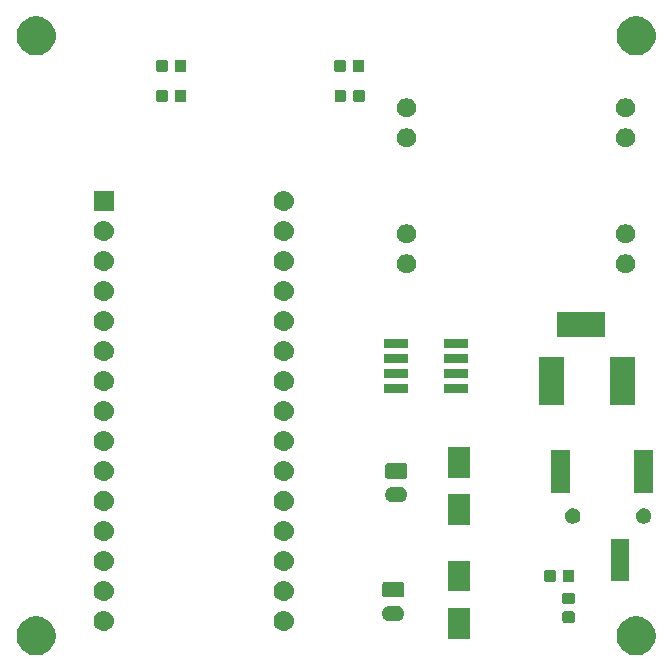
<source format=gbr>
G04 #@! TF.GenerationSoftware,KiCad,Pcbnew,(5.1.4-0)*
G04 #@! TF.CreationDate,2019-09-03T17:01:46-05:00*
G04 #@! TF.ProjectId,vacuum_pickup_tool,76616375-756d-45f7-9069-636b75705f74,rev?*
G04 #@! TF.SameCoordinates,Original*
G04 #@! TF.FileFunction,Soldermask,Top*
G04 #@! TF.FilePolarity,Negative*
%FSLAX46Y46*%
G04 Gerber Fmt 4.6, Leading zero omitted, Abs format (unit mm)*
G04 Created by KiCad (PCBNEW (5.1.4-0)) date 2019-09-03 17:01:46*
%MOMM*%
%LPD*%
G04 APERTURE LIST*
%ADD10C,0.100000*%
G04 APERTURE END LIST*
D10*
G36*
X51175256Y-49191298D02*
G01*
X51281579Y-49212447D01*
X51582042Y-49336903D01*
X51852451Y-49517585D01*
X52082415Y-49747549D01*
X52263097Y-50017958D01*
X52387553Y-50318421D01*
X52400001Y-50381000D01*
X52451000Y-50637389D01*
X52451000Y-50962611D01*
X52408702Y-51175256D01*
X52387553Y-51281579D01*
X52263097Y-51582042D01*
X52082415Y-51852451D01*
X51852451Y-52082415D01*
X51582042Y-52263097D01*
X51281579Y-52387553D01*
X51175256Y-52408702D01*
X50962611Y-52451000D01*
X50637389Y-52451000D01*
X50424744Y-52408702D01*
X50318421Y-52387553D01*
X50017958Y-52263097D01*
X49747549Y-52082415D01*
X49517585Y-51852451D01*
X49336903Y-51582042D01*
X49212447Y-51281579D01*
X49191298Y-51175256D01*
X49149000Y-50962611D01*
X49149000Y-50637389D01*
X49199999Y-50381000D01*
X49212447Y-50318421D01*
X49336903Y-50017958D01*
X49517585Y-49747549D01*
X49747549Y-49517585D01*
X50017958Y-49336903D01*
X50318421Y-49212447D01*
X50424744Y-49191298D01*
X50637389Y-49149000D01*
X50962611Y-49149000D01*
X51175256Y-49191298D01*
X51175256Y-49191298D01*
G37*
G36*
X375256Y-49191298D02*
G01*
X481579Y-49212447D01*
X782042Y-49336903D01*
X1052451Y-49517585D01*
X1282415Y-49747549D01*
X1463097Y-50017958D01*
X1587553Y-50318421D01*
X1600001Y-50381000D01*
X1651000Y-50637389D01*
X1651000Y-50962611D01*
X1608702Y-51175256D01*
X1587553Y-51281579D01*
X1463097Y-51582042D01*
X1282415Y-51852451D01*
X1052451Y-52082415D01*
X782042Y-52263097D01*
X481579Y-52387553D01*
X375256Y-52408702D01*
X162611Y-52451000D01*
X-162611Y-52451000D01*
X-375256Y-52408702D01*
X-481579Y-52387553D01*
X-782042Y-52263097D01*
X-1052451Y-52082415D01*
X-1282415Y-51852451D01*
X-1463097Y-51582042D01*
X-1587553Y-51281579D01*
X-1608702Y-51175256D01*
X-1651000Y-50962611D01*
X-1651000Y-50637389D01*
X-1600001Y-50381000D01*
X-1587553Y-50318421D01*
X-1463097Y-50017958D01*
X-1282415Y-49747549D01*
X-1052451Y-49517585D01*
X-782042Y-49336903D01*
X-481579Y-49212447D01*
X-375256Y-49191298D01*
X-162611Y-49149000D01*
X162611Y-49149000D01*
X375256Y-49191298D01*
X375256Y-49191298D01*
G37*
G36*
X36765000Y-51021000D02*
G01*
X34863000Y-51021000D01*
X34863000Y-48419000D01*
X36765000Y-48419000D01*
X36765000Y-51021000D01*
X36765000Y-51021000D01*
G37*
G36*
X21121823Y-48691313D02*
G01*
X21282242Y-48739976D01*
X21362807Y-48783039D01*
X21430078Y-48818996D01*
X21559659Y-48925341D01*
X21666004Y-49054922D01*
X21666005Y-49054924D01*
X21745024Y-49202758D01*
X21793687Y-49363177D01*
X21810117Y-49530000D01*
X21793687Y-49696823D01*
X21745024Y-49857242D01*
X21674114Y-49989906D01*
X21666004Y-50005078D01*
X21559659Y-50134659D01*
X21430078Y-50241004D01*
X21430076Y-50241005D01*
X21282242Y-50320024D01*
X21121823Y-50368687D01*
X20996804Y-50381000D01*
X20913196Y-50381000D01*
X20788177Y-50368687D01*
X20627758Y-50320024D01*
X20479924Y-50241005D01*
X20479922Y-50241004D01*
X20350341Y-50134659D01*
X20243996Y-50005078D01*
X20235886Y-49989906D01*
X20164976Y-49857242D01*
X20116313Y-49696823D01*
X20099883Y-49530000D01*
X20116313Y-49363177D01*
X20164976Y-49202758D01*
X20243995Y-49054924D01*
X20243996Y-49054922D01*
X20350341Y-48925341D01*
X20479922Y-48818996D01*
X20547193Y-48783039D01*
X20627758Y-48739976D01*
X20788177Y-48691313D01*
X20913196Y-48679000D01*
X20996804Y-48679000D01*
X21121823Y-48691313D01*
X21121823Y-48691313D01*
G37*
G36*
X5881823Y-48691313D02*
G01*
X6042242Y-48739976D01*
X6122807Y-48783039D01*
X6190078Y-48818996D01*
X6319659Y-48925341D01*
X6426004Y-49054922D01*
X6426005Y-49054924D01*
X6505024Y-49202758D01*
X6553687Y-49363177D01*
X6570117Y-49530000D01*
X6553687Y-49696823D01*
X6505024Y-49857242D01*
X6434114Y-49989906D01*
X6426004Y-50005078D01*
X6319659Y-50134659D01*
X6190078Y-50241004D01*
X6190076Y-50241005D01*
X6042242Y-50320024D01*
X5881823Y-50368687D01*
X5756804Y-50381000D01*
X5673196Y-50381000D01*
X5548177Y-50368687D01*
X5387758Y-50320024D01*
X5239924Y-50241005D01*
X5239922Y-50241004D01*
X5110341Y-50134659D01*
X5003996Y-50005078D01*
X4995886Y-49989906D01*
X4924976Y-49857242D01*
X4876313Y-49696823D01*
X4859883Y-49530000D01*
X4876313Y-49363177D01*
X4924976Y-49202758D01*
X5003995Y-49054924D01*
X5003996Y-49054922D01*
X5110341Y-48925341D01*
X5239922Y-48818996D01*
X5307193Y-48783039D01*
X5387758Y-48739976D01*
X5548177Y-48691313D01*
X5673196Y-48679000D01*
X5756804Y-48679000D01*
X5881823Y-48691313D01*
X5881823Y-48691313D01*
G37*
G36*
X45464591Y-48715585D02*
G01*
X45498569Y-48725893D01*
X45529890Y-48742634D01*
X45557339Y-48765161D01*
X45579866Y-48792610D01*
X45596607Y-48823931D01*
X45606915Y-48857909D01*
X45611000Y-48899390D01*
X45611000Y-49500610D01*
X45606915Y-49542091D01*
X45596607Y-49576069D01*
X45579866Y-49607390D01*
X45557339Y-49634839D01*
X45529890Y-49657366D01*
X45498569Y-49674107D01*
X45464591Y-49684415D01*
X45423110Y-49688500D01*
X44746890Y-49688500D01*
X44705409Y-49684415D01*
X44671431Y-49674107D01*
X44640110Y-49657366D01*
X44612661Y-49634839D01*
X44590134Y-49607390D01*
X44573393Y-49576069D01*
X44563085Y-49542091D01*
X44559000Y-49500610D01*
X44559000Y-48899390D01*
X44563085Y-48857909D01*
X44573393Y-48823931D01*
X44590134Y-48792610D01*
X44612661Y-48765161D01*
X44640110Y-48742634D01*
X44671431Y-48725893D01*
X44705409Y-48715585D01*
X44746890Y-48711500D01*
X45423110Y-48711500D01*
X45464591Y-48715585D01*
X45464591Y-48715585D01*
G37*
G36*
X30564855Y-48247140D02*
G01*
X30628618Y-48253420D01*
X30719404Y-48280960D01*
X30751336Y-48290646D01*
X30864425Y-48351094D01*
X30963554Y-48432446D01*
X31044906Y-48531575D01*
X31105354Y-48644664D01*
X31105355Y-48644668D01*
X31142580Y-48767382D01*
X31155149Y-48895000D01*
X31142580Y-49022618D01*
X31132780Y-49054924D01*
X31105354Y-49145336D01*
X31044906Y-49258425D01*
X30963554Y-49357554D01*
X30864425Y-49438906D01*
X30751336Y-49499354D01*
X30747195Y-49500610D01*
X30628618Y-49536580D01*
X30564855Y-49542860D01*
X30532974Y-49546000D01*
X29919026Y-49546000D01*
X29887145Y-49542860D01*
X29823382Y-49536580D01*
X29704805Y-49500610D01*
X29700664Y-49499354D01*
X29587575Y-49438906D01*
X29488446Y-49357554D01*
X29407094Y-49258425D01*
X29346646Y-49145336D01*
X29319220Y-49054924D01*
X29309420Y-49022618D01*
X29296851Y-48895000D01*
X29309420Y-48767382D01*
X29346645Y-48644668D01*
X29346646Y-48644664D01*
X29407094Y-48531575D01*
X29488446Y-48432446D01*
X29587575Y-48351094D01*
X29700664Y-48290646D01*
X29732596Y-48280960D01*
X29823382Y-48253420D01*
X29887145Y-48247140D01*
X29919026Y-48244000D01*
X30532974Y-48244000D01*
X30564855Y-48247140D01*
X30564855Y-48247140D01*
G37*
G36*
X45464591Y-47140585D02*
G01*
X45498569Y-47150893D01*
X45529890Y-47167634D01*
X45557339Y-47190161D01*
X45579866Y-47217610D01*
X45596607Y-47248931D01*
X45606915Y-47282909D01*
X45611000Y-47324390D01*
X45611000Y-47925610D01*
X45606915Y-47967091D01*
X45596607Y-48001069D01*
X45579866Y-48032390D01*
X45557339Y-48059839D01*
X45529890Y-48082366D01*
X45498569Y-48099107D01*
X45464591Y-48109415D01*
X45423110Y-48113500D01*
X44746890Y-48113500D01*
X44705409Y-48109415D01*
X44671431Y-48099107D01*
X44640110Y-48082366D01*
X44612661Y-48059839D01*
X44590134Y-48032390D01*
X44573393Y-48001069D01*
X44563085Y-47967091D01*
X44559000Y-47925610D01*
X44559000Y-47324390D01*
X44563085Y-47282909D01*
X44573393Y-47248931D01*
X44590134Y-47217610D01*
X44612661Y-47190161D01*
X44640110Y-47167634D01*
X44671431Y-47150893D01*
X44705409Y-47140585D01*
X44746890Y-47136500D01*
X45423110Y-47136500D01*
X45464591Y-47140585D01*
X45464591Y-47140585D01*
G37*
G36*
X5881823Y-46151313D02*
G01*
X6042242Y-46199976D01*
X6132844Y-46248404D01*
X6190078Y-46278996D01*
X6319659Y-46385341D01*
X6426004Y-46514922D01*
X6426005Y-46514924D01*
X6505024Y-46662758D01*
X6553687Y-46823177D01*
X6570117Y-46990000D01*
X6553687Y-47156823D01*
X6505024Y-47317242D01*
X6448315Y-47423337D01*
X6426004Y-47465078D01*
X6319659Y-47594659D01*
X6190078Y-47701004D01*
X6190076Y-47701005D01*
X6042242Y-47780024D01*
X5881823Y-47828687D01*
X5756804Y-47841000D01*
X5673196Y-47841000D01*
X5548177Y-47828687D01*
X5387758Y-47780024D01*
X5239924Y-47701005D01*
X5239922Y-47701004D01*
X5110341Y-47594659D01*
X5003996Y-47465078D01*
X4981685Y-47423337D01*
X4924976Y-47317242D01*
X4876313Y-47156823D01*
X4859883Y-46990000D01*
X4876313Y-46823177D01*
X4924976Y-46662758D01*
X5003995Y-46514924D01*
X5003996Y-46514922D01*
X5110341Y-46385341D01*
X5239922Y-46278996D01*
X5297156Y-46248404D01*
X5387758Y-46199976D01*
X5548177Y-46151313D01*
X5673196Y-46139000D01*
X5756804Y-46139000D01*
X5881823Y-46151313D01*
X5881823Y-46151313D01*
G37*
G36*
X21121823Y-46151313D02*
G01*
X21282242Y-46199976D01*
X21372844Y-46248404D01*
X21430078Y-46278996D01*
X21559659Y-46385341D01*
X21666004Y-46514922D01*
X21666005Y-46514924D01*
X21745024Y-46662758D01*
X21793687Y-46823177D01*
X21810117Y-46990000D01*
X21793687Y-47156823D01*
X21745024Y-47317242D01*
X21688315Y-47423337D01*
X21666004Y-47465078D01*
X21559659Y-47594659D01*
X21430078Y-47701004D01*
X21430076Y-47701005D01*
X21282242Y-47780024D01*
X21121823Y-47828687D01*
X20996804Y-47841000D01*
X20913196Y-47841000D01*
X20788177Y-47828687D01*
X20627758Y-47780024D01*
X20479924Y-47701005D01*
X20479922Y-47701004D01*
X20350341Y-47594659D01*
X20243996Y-47465078D01*
X20221685Y-47423337D01*
X20164976Y-47317242D01*
X20116313Y-47156823D01*
X20099883Y-46990000D01*
X20116313Y-46823177D01*
X20164976Y-46662758D01*
X20243995Y-46514924D01*
X20243996Y-46514922D01*
X20350341Y-46385341D01*
X20479922Y-46278996D01*
X20537156Y-46248404D01*
X20627758Y-46199976D01*
X20788177Y-46151313D01*
X20913196Y-46139000D01*
X20996804Y-46139000D01*
X21121823Y-46151313D01*
X21121823Y-46151313D01*
G37*
G36*
X30992242Y-46248404D02*
G01*
X31029337Y-46259657D01*
X31063515Y-46277925D01*
X31093481Y-46302519D01*
X31118075Y-46332485D01*
X31136343Y-46366663D01*
X31147596Y-46403758D01*
X31152000Y-46448474D01*
X31152000Y-47341526D01*
X31147596Y-47386242D01*
X31136343Y-47423337D01*
X31118075Y-47457515D01*
X31093481Y-47487481D01*
X31063515Y-47512075D01*
X31029337Y-47530343D01*
X30992242Y-47541596D01*
X30947526Y-47546000D01*
X29504474Y-47546000D01*
X29459758Y-47541596D01*
X29422663Y-47530343D01*
X29388485Y-47512075D01*
X29358519Y-47487481D01*
X29333925Y-47457515D01*
X29315657Y-47423337D01*
X29304404Y-47386242D01*
X29300000Y-47341526D01*
X29300000Y-46448474D01*
X29304404Y-46403758D01*
X29315657Y-46366663D01*
X29333925Y-46332485D01*
X29358519Y-46302519D01*
X29388485Y-46277925D01*
X29422663Y-46259657D01*
X29459758Y-46248404D01*
X29504474Y-46244000D01*
X30947526Y-46244000D01*
X30992242Y-46248404D01*
X30992242Y-46248404D01*
G37*
G36*
X36765000Y-47021000D02*
G01*
X34863000Y-47021000D01*
X34863000Y-44419000D01*
X36765000Y-44419000D01*
X36765000Y-47021000D01*
X36765000Y-47021000D01*
G37*
G36*
X45427091Y-45198085D02*
G01*
X45461069Y-45208393D01*
X45492390Y-45225134D01*
X45519839Y-45247661D01*
X45542366Y-45275110D01*
X45559107Y-45306431D01*
X45569415Y-45340409D01*
X45573500Y-45381890D01*
X45573500Y-46058110D01*
X45569415Y-46099591D01*
X45559107Y-46133569D01*
X45542366Y-46164890D01*
X45519839Y-46192339D01*
X45492390Y-46214866D01*
X45461069Y-46231607D01*
X45427091Y-46241915D01*
X45385610Y-46246000D01*
X44784390Y-46246000D01*
X44742909Y-46241915D01*
X44708931Y-46231607D01*
X44677610Y-46214866D01*
X44650161Y-46192339D01*
X44627634Y-46164890D01*
X44610893Y-46133569D01*
X44600585Y-46099591D01*
X44596500Y-46058110D01*
X44596500Y-45381890D01*
X44600585Y-45340409D01*
X44610893Y-45306431D01*
X44627634Y-45275110D01*
X44650161Y-45247661D01*
X44677610Y-45225134D01*
X44708931Y-45208393D01*
X44742909Y-45198085D01*
X44784390Y-45194000D01*
X45385610Y-45194000D01*
X45427091Y-45198085D01*
X45427091Y-45198085D01*
G37*
G36*
X43852091Y-45198085D02*
G01*
X43886069Y-45208393D01*
X43917390Y-45225134D01*
X43944839Y-45247661D01*
X43967366Y-45275110D01*
X43984107Y-45306431D01*
X43994415Y-45340409D01*
X43998500Y-45381890D01*
X43998500Y-46058110D01*
X43994415Y-46099591D01*
X43984107Y-46133569D01*
X43967366Y-46164890D01*
X43944839Y-46192339D01*
X43917390Y-46214866D01*
X43886069Y-46231607D01*
X43852091Y-46241915D01*
X43810610Y-46246000D01*
X43209390Y-46246000D01*
X43167909Y-46241915D01*
X43133931Y-46231607D01*
X43102610Y-46214866D01*
X43075161Y-46192339D01*
X43052634Y-46164890D01*
X43035893Y-46133569D01*
X43025585Y-46099591D01*
X43021500Y-46058110D01*
X43021500Y-45381890D01*
X43025585Y-45340409D01*
X43035893Y-45306431D01*
X43052634Y-45275110D01*
X43075161Y-45247661D01*
X43102610Y-45225134D01*
X43133931Y-45208393D01*
X43167909Y-45198085D01*
X43209390Y-45194000D01*
X43810610Y-45194000D01*
X43852091Y-45198085D01*
X43852091Y-45198085D01*
G37*
G36*
X50236000Y-46191000D02*
G01*
X48634000Y-46191000D01*
X48634000Y-42589000D01*
X50236000Y-42589000D01*
X50236000Y-46191000D01*
X50236000Y-46191000D01*
G37*
G36*
X21121823Y-43611313D02*
G01*
X21282242Y-43659976D01*
X21414906Y-43730886D01*
X21430078Y-43738996D01*
X21559659Y-43845341D01*
X21666004Y-43974922D01*
X21666005Y-43974924D01*
X21745024Y-44122758D01*
X21793687Y-44283177D01*
X21810117Y-44450000D01*
X21793687Y-44616823D01*
X21745024Y-44777242D01*
X21674114Y-44909906D01*
X21666004Y-44925078D01*
X21559659Y-45054659D01*
X21430078Y-45161004D01*
X21430076Y-45161005D01*
X21282242Y-45240024D01*
X21121823Y-45288687D01*
X20996804Y-45301000D01*
X20913196Y-45301000D01*
X20788177Y-45288687D01*
X20627758Y-45240024D01*
X20479924Y-45161005D01*
X20479922Y-45161004D01*
X20350341Y-45054659D01*
X20243996Y-44925078D01*
X20235886Y-44909906D01*
X20164976Y-44777242D01*
X20116313Y-44616823D01*
X20099883Y-44450000D01*
X20116313Y-44283177D01*
X20164976Y-44122758D01*
X20243995Y-43974924D01*
X20243996Y-43974922D01*
X20350341Y-43845341D01*
X20479922Y-43738996D01*
X20495094Y-43730886D01*
X20627758Y-43659976D01*
X20788177Y-43611313D01*
X20913196Y-43599000D01*
X20996804Y-43599000D01*
X21121823Y-43611313D01*
X21121823Y-43611313D01*
G37*
G36*
X5881823Y-43611313D02*
G01*
X6042242Y-43659976D01*
X6174906Y-43730886D01*
X6190078Y-43738996D01*
X6319659Y-43845341D01*
X6426004Y-43974922D01*
X6426005Y-43974924D01*
X6505024Y-44122758D01*
X6553687Y-44283177D01*
X6570117Y-44450000D01*
X6553687Y-44616823D01*
X6505024Y-44777242D01*
X6434114Y-44909906D01*
X6426004Y-44925078D01*
X6319659Y-45054659D01*
X6190078Y-45161004D01*
X6190076Y-45161005D01*
X6042242Y-45240024D01*
X5881823Y-45288687D01*
X5756804Y-45301000D01*
X5673196Y-45301000D01*
X5548177Y-45288687D01*
X5387758Y-45240024D01*
X5239924Y-45161005D01*
X5239922Y-45161004D01*
X5110341Y-45054659D01*
X5003996Y-44925078D01*
X4995886Y-44909906D01*
X4924976Y-44777242D01*
X4876313Y-44616823D01*
X4859883Y-44450000D01*
X4876313Y-44283177D01*
X4924976Y-44122758D01*
X5003995Y-43974924D01*
X5003996Y-43974922D01*
X5110341Y-43845341D01*
X5239922Y-43738996D01*
X5255094Y-43730886D01*
X5387758Y-43659976D01*
X5548177Y-43611313D01*
X5673196Y-43599000D01*
X5756804Y-43599000D01*
X5881823Y-43611313D01*
X5881823Y-43611313D01*
G37*
G36*
X21121823Y-41071313D02*
G01*
X21282242Y-41119976D01*
X21414906Y-41190886D01*
X21430078Y-41198996D01*
X21559659Y-41305341D01*
X21666004Y-41434922D01*
X21666005Y-41434924D01*
X21745024Y-41582758D01*
X21793687Y-41743177D01*
X21810117Y-41910000D01*
X21793687Y-42076823D01*
X21745024Y-42237242D01*
X21674114Y-42369906D01*
X21666004Y-42385078D01*
X21559659Y-42514659D01*
X21430078Y-42621004D01*
X21430076Y-42621005D01*
X21282242Y-42700024D01*
X21121823Y-42748687D01*
X20996804Y-42761000D01*
X20913196Y-42761000D01*
X20788177Y-42748687D01*
X20627758Y-42700024D01*
X20479924Y-42621005D01*
X20479922Y-42621004D01*
X20350341Y-42514659D01*
X20243996Y-42385078D01*
X20235886Y-42369906D01*
X20164976Y-42237242D01*
X20116313Y-42076823D01*
X20099883Y-41910000D01*
X20116313Y-41743177D01*
X20164976Y-41582758D01*
X20243995Y-41434924D01*
X20243996Y-41434922D01*
X20350341Y-41305341D01*
X20479922Y-41198996D01*
X20495094Y-41190886D01*
X20627758Y-41119976D01*
X20788177Y-41071313D01*
X20913196Y-41059000D01*
X20996804Y-41059000D01*
X21121823Y-41071313D01*
X21121823Y-41071313D01*
G37*
G36*
X5881823Y-41071313D02*
G01*
X6042242Y-41119976D01*
X6174906Y-41190886D01*
X6190078Y-41198996D01*
X6319659Y-41305341D01*
X6426004Y-41434922D01*
X6426005Y-41434924D01*
X6505024Y-41582758D01*
X6553687Y-41743177D01*
X6570117Y-41910000D01*
X6553687Y-42076823D01*
X6505024Y-42237242D01*
X6434114Y-42369906D01*
X6426004Y-42385078D01*
X6319659Y-42514659D01*
X6190078Y-42621004D01*
X6190076Y-42621005D01*
X6042242Y-42700024D01*
X5881823Y-42748687D01*
X5756804Y-42761000D01*
X5673196Y-42761000D01*
X5548177Y-42748687D01*
X5387758Y-42700024D01*
X5239924Y-42621005D01*
X5239922Y-42621004D01*
X5110341Y-42514659D01*
X5003996Y-42385078D01*
X4995886Y-42369906D01*
X4924976Y-42237242D01*
X4876313Y-42076823D01*
X4859883Y-41910000D01*
X4876313Y-41743177D01*
X4924976Y-41582758D01*
X5003995Y-41434924D01*
X5003996Y-41434922D01*
X5110341Y-41305341D01*
X5239922Y-41198996D01*
X5255094Y-41190886D01*
X5387758Y-41119976D01*
X5548177Y-41071313D01*
X5673196Y-41059000D01*
X5756804Y-41059000D01*
X5881823Y-41071313D01*
X5881823Y-41071313D01*
G37*
G36*
X36765000Y-41401000D02*
G01*
X34863000Y-41401000D01*
X34863000Y-38799000D01*
X36765000Y-38799000D01*
X36765000Y-41401000D01*
X36765000Y-41401000D01*
G37*
G36*
X51624890Y-40014017D02*
G01*
X51743364Y-40063091D01*
X51849988Y-40134335D01*
X51940665Y-40225012D01*
X52011909Y-40331636D01*
X52060983Y-40450110D01*
X52086000Y-40575882D01*
X52086000Y-40704118D01*
X52060983Y-40829890D01*
X52011909Y-40948364D01*
X51940665Y-41054988D01*
X51849988Y-41145665D01*
X51743364Y-41216909D01*
X51743363Y-41216910D01*
X51743362Y-41216910D01*
X51624890Y-41265983D01*
X51499119Y-41291000D01*
X51370881Y-41291000D01*
X51245110Y-41265983D01*
X51126638Y-41216910D01*
X51126637Y-41216910D01*
X51126636Y-41216909D01*
X51020012Y-41145665D01*
X50929335Y-41054988D01*
X50858091Y-40948364D01*
X50809017Y-40829890D01*
X50784000Y-40704118D01*
X50784000Y-40575882D01*
X50809017Y-40450110D01*
X50858091Y-40331636D01*
X50929335Y-40225012D01*
X51020012Y-40134335D01*
X51126636Y-40063091D01*
X51245110Y-40014017D01*
X51370881Y-39989000D01*
X51499119Y-39989000D01*
X51624890Y-40014017D01*
X51624890Y-40014017D01*
G37*
G36*
X45624890Y-40014017D02*
G01*
X45743364Y-40063091D01*
X45849988Y-40134335D01*
X45940665Y-40225012D01*
X46011909Y-40331636D01*
X46060983Y-40450110D01*
X46086000Y-40575882D01*
X46086000Y-40704118D01*
X46060983Y-40829890D01*
X46011909Y-40948364D01*
X45940665Y-41054988D01*
X45849988Y-41145665D01*
X45743364Y-41216909D01*
X45743363Y-41216910D01*
X45743362Y-41216910D01*
X45624890Y-41265983D01*
X45499119Y-41291000D01*
X45370881Y-41291000D01*
X45245110Y-41265983D01*
X45126638Y-41216910D01*
X45126637Y-41216910D01*
X45126636Y-41216909D01*
X45020012Y-41145665D01*
X44929335Y-41054988D01*
X44858091Y-40948364D01*
X44809017Y-40829890D01*
X44784000Y-40704118D01*
X44784000Y-40575882D01*
X44809017Y-40450110D01*
X44858091Y-40331636D01*
X44929335Y-40225012D01*
X45020012Y-40134335D01*
X45126636Y-40063091D01*
X45245110Y-40014017D01*
X45370881Y-39989000D01*
X45499119Y-39989000D01*
X45624890Y-40014017D01*
X45624890Y-40014017D01*
G37*
G36*
X21121823Y-38531313D02*
G01*
X21252380Y-38570917D01*
X21281214Y-38579664D01*
X21282242Y-38579976D01*
X21414906Y-38650886D01*
X21430078Y-38658996D01*
X21559659Y-38765341D01*
X21666004Y-38894922D01*
X21666005Y-38894924D01*
X21745024Y-39042758D01*
X21793687Y-39203177D01*
X21810117Y-39370000D01*
X21793687Y-39536823D01*
X21745024Y-39697242D01*
X21674114Y-39829906D01*
X21666004Y-39845078D01*
X21559659Y-39974659D01*
X21430078Y-40081004D01*
X21430076Y-40081005D01*
X21282242Y-40160024D01*
X21121823Y-40208687D01*
X20996804Y-40221000D01*
X20913196Y-40221000D01*
X20788177Y-40208687D01*
X20627758Y-40160024D01*
X20479924Y-40081005D01*
X20479922Y-40081004D01*
X20350341Y-39974659D01*
X20243996Y-39845078D01*
X20235886Y-39829906D01*
X20164976Y-39697242D01*
X20116313Y-39536823D01*
X20099883Y-39370000D01*
X20116313Y-39203177D01*
X20164976Y-39042758D01*
X20243995Y-38894924D01*
X20243996Y-38894922D01*
X20350341Y-38765341D01*
X20479922Y-38658996D01*
X20495094Y-38650886D01*
X20627758Y-38579976D01*
X20628787Y-38579664D01*
X20657620Y-38570917D01*
X20788177Y-38531313D01*
X20913196Y-38519000D01*
X20996804Y-38519000D01*
X21121823Y-38531313D01*
X21121823Y-38531313D01*
G37*
G36*
X5881823Y-38531313D02*
G01*
X6012380Y-38570917D01*
X6041214Y-38579664D01*
X6042242Y-38579976D01*
X6174906Y-38650886D01*
X6190078Y-38658996D01*
X6319659Y-38765341D01*
X6426004Y-38894922D01*
X6426005Y-38894924D01*
X6505024Y-39042758D01*
X6553687Y-39203177D01*
X6570117Y-39370000D01*
X6553687Y-39536823D01*
X6505024Y-39697242D01*
X6434114Y-39829906D01*
X6426004Y-39845078D01*
X6319659Y-39974659D01*
X6190078Y-40081004D01*
X6190076Y-40081005D01*
X6042242Y-40160024D01*
X5881823Y-40208687D01*
X5756804Y-40221000D01*
X5673196Y-40221000D01*
X5548177Y-40208687D01*
X5387758Y-40160024D01*
X5239924Y-40081005D01*
X5239922Y-40081004D01*
X5110341Y-39974659D01*
X5003996Y-39845078D01*
X4995886Y-39829906D01*
X4924976Y-39697242D01*
X4876313Y-39536823D01*
X4859883Y-39370000D01*
X4876313Y-39203177D01*
X4924976Y-39042758D01*
X5003995Y-38894924D01*
X5003996Y-38894922D01*
X5110341Y-38765341D01*
X5239922Y-38658996D01*
X5255094Y-38650886D01*
X5387758Y-38579976D01*
X5388787Y-38579664D01*
X5417620Y-38570917D01*
X5548177Y-38531313D01*
X5673196Y-38519000D01*
X5756804Y-38519000D01*
X5881823Y-38531313D01*
X5881823Y-38531313D01*
G37*
G36*
X30818855Y-38182140D02*
G01*
X30882618Y-38188420D01*
X30973404Y-38215960D01*
X31005336Y-38225646D01*
X31118425Y-38286094D01*
X31217554Y-38367446D01*
X31298906Y-38466575D01*
X31359354Y-38579664D01*
X31369040Y-38611596D01*
X31396580Y-38702382D01*
X31409149Y-38830000D01*
X31396580Y-38957618D01*
X31370753Y-39042758D01*
X31359354Y-39080336D01*
X31298906Y-39193425D01*
X31217554Y-39292554D01*
X31118425Y-39373906D01*
X31005336Y-39434354D01*
X30973404Y-39444040D01*
X30882618Y-39471580D01*
X30818855Y-39477860D01*
X30786974Y-39481000D01*
X30173026Y-39481000D01*
X30141145Y-39477860D01*
X30077382Y-39471580D01*
X29986596Y-39444040D01*
X29954664Y-39434354D01*
X29841575Y-39373906D01*
X29742446Y-39292554D01*
X29661094Y-39193425D01*
X29600646Y-39080336D01*
X29589247Y-39042758D01*
X29563420Y-38957618D01*
X29550851Y-38830000D01*
X29563420Y-38702382D01*
X29590960Y-38611596D01*
X29600646Y-38579664D01*
X29661094Y-38466575D01*
X29742446Y-38367446D01*
X29841575Y-38286094D01*
X29954664Y-38225646D01*
X29986596Y-38215960D01*
X30077382Y-38188420D01*
X30141145Y-38182140D01*
X30173026Y-38179000D01*
X30786974Y-38179000D01*
X30818855Y-38182140D01*
X30818855Y-38182140D01*
G37*
G36*
X52236000Y-38691000D02*
G01*
X50634000Y-38691000D01*
X50634000Y-35089000D01*
X52236000Y-35089000D01*
X52236000Y-38691000D01*
X52236000Y-38691000D01*
G37*
G36*
X45236000Y-38691000D02*
G01*
X43634000Y-38691000D01*
X43634000Y-35089000D01*
X45236000Y-35089000D01*
X45236000Y-38691000D01*
X45236000Y-38691000D01*
G37*
G36*
X21121823Y-35991313D02*
G01*
X21282242Y-36039976D01*
X21414906Y-36110886D01*
X21430078Y-36118996D01*
X21559659Y-36225341D01*
X21666004Y-36354922D01*
X21666005Y-36354924D01*
X21745024Y-36502758D01*
X21793687Y-36663177D01*
X21810117Y-36830000D01*
X21793687Y-36996823D01*
X21745024Y-37157242D01*
X21716957Y-37209751D01*
X21666004Y-37305078D01*
X21559659Y-37434659D01*
X21430078Y-37541004D01*
X21430076Y-37541005D01*
X21282242Y-37620024D01*
X21121823Y-37668687D01*
X20996804Y-37681000D01*
X20913196Y-37681000D01*
X20788177Y-37668687D01*
X20627758Y-37620024D01*
X20479924Y-37541005D01*
X20479922Y-37541004D01*
X20350341Y-37434659D01*
X20243996Y-37305078D01*
X20193043Y-37209751D01*
X20164976Y-37157242D01*
X20116313Y-36996823D01*
X20099883Y-36830000D01*
X20116313Y-36663177D01*
X20164976Y-36502758D01*
X20243995Y-36354924D01*
X20243996Y-36354922D01*
X20350341Y-36225341D01*
X20479922Y-36118996D01*
X20495094Y-36110886D01*
X20627758Y-36039976D01*
X20788177Y-35991313D01*
X20913196Y-35979000D01*
X20996804Y-35979000D01*
X21121823Y-35991313D01*
X21121823Y-35991313D01*
G37*
G36*
X5881823Y-35991313D02*
G01*
X6042242Y-36039976D01*
X6174906Y-36110886D01*
X6190078Y-36118996D01*
X6319659Y-36225341D01*
X6426004Y-36354922D01*
X6426005Y-36354924D01*
X6505024Y-36502758D01*
X6553687Y-36663177D01*
X6570117Y-36830000D01*
X6553687Y-36996823D01*
X6505024Y-37157242D01*
X6476957Y-37209751D01*
X6426004Y-37305078D01*
X6319659Y-37434659D01*
X6190078Y-37541004D01*
X6190076Y-37541005D01*
X6042242Y-37620024D01*
X5881823Y-37668687D01*
X5756804Y-37681000D01*
X5673196Y-37681000D01*
X5548177Y-37668687D01*
X5387758Y-37620024D01*
X5239924Y-37541005D01*
X5239922Y-37541004D01*
X5110341Y-37434659D01*
X5003996Y-37305078D01*
X4953043Y-37209751D01*
X4924976Y-37157242D01*
X4876313Y-36996823D01*
X4859883Y-36830000D01*
X4876313Y-36663177D01*
X4924976Y-36502758D01*
X5003995Y-36354924D01*
X5003996Y-36354922D01*
X5110341Y-36225341D01*
X5239922Y-36118996D01*
X5255094Y-36110886D01*
X5387758Y-36039976D01*
X5548177Y-35991313D01*
X5673196Y-35979000D01*
X5756804Y-35979000D01*
X5881823Y-35991313D01*
X5881823Y-35991313D01*
G37*
G36*
X31246242Y-36183404D02*
G01*
X31283337Y-36194657D01*
X31317515Y-36212925D01*
X31347481Y-36237519D01*
X31372075Y-36267485D01*
X31390343Y-36301663D01*
X31401596Y-36338758D01*
X31406000Y-36383474D01*
X31406000Y-37276526D01*
X31401596Y-37321242D01*
X31390343Y-37358337D01*
X31372075Y-37392515D01*
X31347481Y-37422481D01*
X31317515Y-37447075D01*
X31283337Y-37465343D01*
X31246242Y-37476596D01*
X31201526Y-37481000D01*
X29758474Y-37481000D01*
X29713758Y-37476596D01*
X29676663Y-37465343D01*
X29642485Y-37447075D01*
X29612519Y-37422481D01*
X29587925Y-37392515D01*
X29569657Y-37358337D01*
X29558404Y-37321242D01*
X29554000Y-37276526D01*
X29554000Y-36383474D01*
X29558404Y-36338758D01*
X29569657Y-36301663D01*
X29587925Y-36267485D01*
X29612519Y-36237519D01*
X29642485Y-36212925D01*
X29676663Y-36194657D01*
X29713758Y-36183404D01*
X29758474Y-36179000D01*
X31201526Y-36179000D01*
X31246242Y-36183404D01*
X31246242Y-36183404D01*
G37*
G36*
X36765000Y-37401000D02*
G01*
X34863000Y-37401000D01*
X34863000Y-34799000D01*
X36765000Y-34799000D01*
X36765000Y-37401000D01*
X36765000Y-37401000D01*
G37*
G36*
X21121823Y-33451313D02*
G01*
X21282242Y-33499976D01*
X21414906Y-33570886D01*
X21430078Y-33578996D01*
X21559659Y-33685341D01*
X21666004Y-33814922D01*
X21666005Y-33814924D01*
X21745024Y-33962758D01*
X21793687Y-34123177D01*
X21810117Y-34290000D01*
X21793687Y-34456823D01*
X21745024Y-34617242D01*
X21674114Y-34749906D01*
X21666004Y-34765078D01*
X21559659Y-34894659D01*
X21430078Y-35001004D01*
X21430076Y-35001005D01*
X21282242Y-35080024D01*
X21121823Y-35128687D01*
X20996804Y-35141000D01*
X20913196Y-35141000D01*
X20788177Y-35128687D01*
X20627758Y-35080024D01*
X20479924Y-35001005D01*
X20479922Y-35001004D01*
X20350341Y-34894659D01*
X20243996Y-34765078D01*
X20235886Y-34749906D01*
X20164976Y-34617242D01*
X20116313Y-34456823D01*
X20099883Y-34290000D01*
X20116313Y-34123177D01*
X20164976Y-33962758D01*
X20243995Y-33814924D01*
X20243996Y-33814922D01*
X20350341Y-33685341D01*
X20479922Y-33578996D01*
X20495094Y-33570886D01*
X20627758Y-33499976D01*
X20788177Y-33451313D01*
X20913196Y-33439000D01*
X20996804Y-33439000D01*
X21121823Y-33451313D01*
X21121823Y-33451313D01*
G37*
G36*
X5881823Y-33451313D02*
G01*
X6042242Y-33499976D01*
X6174906Y-33570886D01*
X6190078Y-33578996D01*
X6319659Y-33685341D01*
X6426004Y-33814922D01*
X6426005Y-33814924D01*
X6505024Y-33962758D01*
X6553687Y-34123177D01*
X6570117Y-34290000D01*
X6553687Y-34456823D01*
X6505024Y-34617242D01*
X6434114Y-34749906D01*
X6426004Y-34765078D01*
X6319659Y-34894659D01*
X6190078Y-35001004D01*
X6190076Y-35001005D01*
X6042242Y-35080024D01*
X5881823Y-35128687D01*
X5756804Y-35141000D01*
X5673196Y-35141000D01*
X5548177Y-35128687D01*
X5387758Y-35080024D01*
X5239924Y-35001005D01*
X5239922Y-35001004D01*
X5110341Y-34894659D01*
X5003996Y-34765078D01*
X4995886Y-34749906D01*
X4924976Y-34617242D01*
X4876313Y-34456823D01*
X4859883Y-34290000D01*
X4876313Y-34123177D01*
X4924976Y-33962758D01*
X5003995Y-33814924D01*
X5003996Y-33814922D01*
X5110341Y-33685341D01*
X5239922Y-33578996D01*
X5255094Y-33570886D01*
X5387758Y-33499976D01*
X5548177Y-33451313D01*
X5673196Y-33439000D01*
X5756804Y-33439000D01*
X5881823Y-33451313D01*
X5881823Y-33451313D01*
G37*
G36*
X5881823Y-30911313D02*
G01*
X6042242Y-30959976D01*
X6174906Y-31030886D01*
X6190078Y-31038996D01*
X6319659Y-31145341D01*
X6426004Y-31274922D01*
X6426005Y-31274924D01*
X6505024Y-31422758D01*
X6553687Y-31583177D01*
X6570117Y-31750000D01*
X6553687Y-31916823D01*
X6505024Y-32077242D01*
X6434114Y-32209906D01*
X6426004Y-32225078D01*
X6319659Y-32354659D01*
X6190078Y-32461004D01*
X6190076Y-32461005D01*
X6042242Y-32540024D01*
X5881823Y-32588687D01*
X5756804Y-32601000D01*
X5673196Y-32601000D01*
X5548177Y-32588687D01*
X5387758Y-32540024D01*
X5239924Y-32461005D01*
X5239922Y-32461004D01*
X5110341Y-32354659D01*
X5003996Y-32225078D01*
X4995886Y-32209906D01*
X4924976Y-32077242D01*
X4876313Y-31916823D01*
X4859883Y-31750000D01*
X4876313Y-31583177D01*
X4924976Y-31422758D01*
X5003995Y-31274924D01*
X5003996Y-31274922D01*
X5110341Y-31145341D01*
X5239922Y-31038996D01*
X5255094Y-31030886D01*
X5387758Y-30959976D01*
X5548177Y-30911313D01*
X5673196Y-30899000D01*
X5756804Y-30899000D01*
X5881823Y-30911313D01*
X5881823Y-30911313D01*
G37*
G36*
X21121823Y-30911313D02*
G01*
X21282242Y-30959976D01*
X21414906Y-31030886D01*
X21430078Y-31038996D01*
X21559659Y-31145341D01*
X21666004Y-31274922D01*
X21666005Y-31274924D01*
X21745024Y-31422758D01*
X21793687Y-31583177D01*
X21810117Y-31750000D01*
X21793687Y-31916823D01*
X21745024Y-32077242D01*
X21674114Y-32209906D01*
X21666004Y-32225078D01*
X21559659Y-32354659D01*
X21430078Y-32461004D01*
X21430076Y-32461005D01*
X21282242Y-32540024D01*
X21121823Y-32588687D01*
X20996804Y-32601000D01*
X20913196Y-32601000D01*
X20788177Y-32588687D01*
X20627758Y-32540024D01*
X20479924Y-32461005D01*
X20479922Y-32461004D01*
X20350341Y-32354659D01*
X20243996Y-32225078D01*
X20235886Y-32209906D01*
X20164976Y-32077242D01*
X20116313Y-31916823D01*
X20099883Y-31750000D01*
X20116313Y-31583177D01*
X20164976Y-31422758D01*
X20243995Y-31274924D01*
X20243996Y-31274922D01*
X20350341Y-31145341D01*
X20479922Y-31038996D01*
X20495094Y-31030886D01*
X20627758Y-30959976D01*
X20788177Y-30911313D01*
X20913196Y-30899000D01*
X20996804Y-30899000D01*
X21121823Y-30911313D01*
X21121823Y-30911313D01*
G37*
G36*
X50701000Y-31261000D02*
G01*
X48599000Y-31261000D01*
X48599000Y-27159000D01*
X50701000Y-27159000D01*
X50701000Y-31261000D01*
X50701000Y-31261000D01*
G37*
G36*
X44701000Y-31261000D02*
G01*
X42599000Y-31261000D01*
X42599000Y-27159000D01*
X44701000Y-27159000D01*
X44701000Y-31261000D01*
X44701000Y-31261000D01*
G37*
G36*
X36494867Y-29472004D02*
G01*
X36518292Y-29479110D01*
X36539889Y-29490654D01*
X36558814Y-29506186D01*
X36574346Y-29525111D01*
X36585890Y-29546708D01*
X36592996Y-29570133D01*
X36596000Y-29600638D01*
X36596000Y-30089362D01*
X36592996Y-30119867D01*
X36585890Y-30143292D01*
X36574346Y-30164889D01*
X36558814Y-30183814D01*
X36539889Y-30199346D01*
X36518292Y-30210890D01*
X36494867Y-30217996D01*
X36464362Y-30221000D01*
X34650638Y-30221000D01*
X34620133Y-30217996D01*
X34596708Y-30210890D01*
X34575111Y-30199346D01*
X34556186Y-30183814D01*
X34540654Y-30164889D01*
X34529110Y-30143292D01*
X34522004Y-30119867D01*
X34519000Y-30089362D01*
X34519000Y-29600638D01*
X34522004Y-29570133D01*
X34529110Y-29546708D01*
X34540654Y-29525111D01*
X34556186Y-29506186D01*
X34575111Y-29490654D01*
X34596708Y-29479110D01*
X34620133Y-29472004D01*
X34650638Y-29469000D01*
X36464362Y-29469000D01*
X36494867Y-29472004D01*
X36494867Y-29472004D01*
G37*
G36*
X31419867Y-29472004D02*
G01*
X31443292Y-29479110D01*
X31464889Y-29490654D01*
X31483814Y-29506186D01*
X31499346Y-29525111D01*
X31510890Y-29546708D01*
X31517996Y-29570133D01*
X31521000Y-29600638D01*
X31521000Y-30089362D01*
X31517996Y-30119867D01*
X31510890Y-30143292D01*
X31499346Y-30164889D01*
X31483814Y-30183814D01*
X31464889Y-30199346D01*
X31443292Y-30210890D01*
X31419867Y-30217996D01*
X31389362Y-30221000D01*
X29575638Y-30221000D01*
X29545133Y-30217996D01*
X29521708Y-30210890D01*
X29500111Y-30199346D01*
X29481186Y-30183814D01*
X29465654Y-30164889D01*
X29454110Y-30143292D01*
X29447004Y-30119867D01*
X29444000Y-30089362D01*
X29444000Y-29600638D01*
X29447004Y-29570133D01*
X29454110Y-29546708D01*
X29465654Y-29525111D01*
X29481186Y-29506186D01*
X29500111Y-29490654D01*
X29521708Y-29479110D01*
X29545133Y-29472004D01*
X29575638Y-29469000D01*
X31389362Y-29469000D01*
X31419867Y-29472004D01*
X31419867Y-29472004D01*
G37*
G36*
X21121823Y-28371313D02*
G01*
X21282242Y-28419976D01*
X21414906Y-28490886D01*
X21430078Y-28498996D01*
X21559659Y-28605341D01*
X21666004Y-28734922D01*
X21666005Y-28734924D01*
X21745024Y-28882758D01*
X21793687Y-29043177D01*
X21810117Y-29210000D01*
X21793687Y-29376823D01*
X21745024Y-29537242D01*
X21711138Y-29600638D01*
X21666004Y-29685078D01*
X21559659Y-29814659D01*
X21430078Y-29921004D01*
X21430076Y-29921005D01*
X21282242Y-30000024D01*
X21121823Y-30048687D01*
X20996804Y-30061000D01*
X20913196Y-30061000D01*
X20788177Y-30048687D01*
X20627758Y-30000024D01*
X20479924Y-29921005D01*
X20479922Y-29921004D01*
X20350341Y-29814659D01*
X20243996Y-29685078D01*
X20198862Y-29600638D01*
X20164976Y-29537242D01*
X20116313Y-29376823D01*
X20099883Y-29210000D01*
X20116313Y-29043177D01*
X20164976Y-28882758D01*
X20243995Y-28734924D01*
X20243996Y-28734922D01*
X20350341Y-28605341D01*
X20479922Y-28498996D01*
X20495094Y-28490886D01*
X20627758Y-28419976D01*
X20788177Y-28371313D01*
X20913196Y-28359000D01*
X20996804Y-28359000D01*
X21121823Y-28371313D01*
X21121823Y-28371313D01*
G37*
G36*
X5881823Y-28371313D02*
G01*
X6042242Y-28419976D01*
X6174906Y-28490886D01*
X6190078Y-28498996D01*
X6319659Y-28605341D01*
X6426004Y-28734922D01*
X6426005Y-28734924D01*
X6505024Y-28882758D01*
X6553687Y-29043177D01*
X6570117Y-29210000D01*
X6553687Y-29376823D01*
X6505024Y-29537242D01*
X6471138Y-29600638D01*
X6426004Y-29685078D01*
X6319659Y-29814659D01*
X6190078Y-29921004D01*
X6190076Y-29921005D01*
X6042242Y-30000024D01*
X5881823Y-30048687D01*
X5756804Y-30061000D01*
X5673196Y-30061000D01*
X5548177Y-30048687D01*
X5387758Y-30000024D01*
X5239924Y-29921005D01*
X5239922Y-29921004D01*
X5110341Y-29814659D01*
X5003996Y-29685078D01*
X4958862Y-29600638D01*
X4924976Y-29537242D01*
X4876313Y-29376823D01*
X4859883Y-29210000D01*
X4876313Y-29043177D01*
X4924976Y-28882758D01*
X5003995Y-28734924D01*
X5003996Y-28734922D01*
X5110341Y-28605341D01*
X5239922Y-28498996D01*
X5255094Y-28490886D01*
X5387758Y-28419976D01*
X5548177Y-28371313D01*
X5673196Y-28359000D01*
X5756804Y-28359000D01*
X5881823Y-28371313D01*
X5881823Y-28371313D01*
G37*
G36*
X31419867Y-28202004D02*
G01*
X31443292Y-28209110D01*
X31464889Y-28220654D01*
X31483814Y-28236186D01*
X31499346Y-28255111D01*
X31510890Y-28276708D01*
X31517996Y-28300133D01*
X31521000Y-28330638D01*
X31521000Y-28819362D01*
X31517996Y-28849867D01*
X31510890Y-28873292D01*
X31499346Y-28894889D01*
X31483814Y-28913814D01*
X31464889Y-28929346D01*
X31443292Y-28940890D01*
X31419867Y-28947996D01*
X31389362Y-28951000D01*
X29575638Y-28951000D01*
X29545133Y-28947996D01*
X29521708Y-28940890D01*
X29500111Y-28929346D01*
X29481186Y-28913814D01*
X29465654Y-28894889D01*
X29454110Y-28873292D01*
X29447004Y-28849867D01*
X29444000Y-28819362D01*
X29444000Y-28330638D01*
X29447004Y-28300133D01*
X29454110Y-28276708D01*
X29465654Y-28255111D01*
X29481186Y-28236186D01*
X29500111Y-28220654D01*
X29521708Y-28209110D01*
X29545133Y-28202004D01*
X29575638Y-28199000D01*
X31389362Y-28199000D01*
X31419867Y-28202004D01*
X31419867Y-28202004D01*
G37*
G36*
X36494867Y-28202004D02*
G01*
X36518292Y-28209110D01*
X36539889Y-28220654D01*
X36558814Y-28236186D01*
X36574346Y-28255111D01*
X36585890Y-28276708D01*
X36592996Y-28300133D01*
X36596000Y-28330638D01*
X36596000Y-28819362D01*
X36592996Y-28849867D01*
X36585890Y-28873292D01*
X36574346Y-28894889D01*
X36558814Y-28913814D01*
X36539889Y-28929346D01*
X36518292Y-28940890D01*
X36494867Y-28947996D01*
X36464362Y-28951000D01*
X34650638Y-28951000D01*
X34620133Y-28947996D01*
X34596708Y-28940890D01*
X34575111Y-28929346D01*
X34556186Y-28913814D01*
X34540654Y-28894889D01*
X34529110Y-28873292D01*
X34522004Y-28849867D01*
X34519000Y-28819362D01*
X34519000Y-28330638D01*
X34522004Y-28300133D01*
X34529110Y-28276708D01*
X34540654Y-28255111D01*
X34556186Y-28236186D01*
X34575111Y-28220654D01*
X34596708Y-28209110D01*
X34620133Y-28202004D01*
X34650638Y-28199000D01*
X36464362Y-28199000D01*
X36494867Y-28202004D01*
X36494867Y-28202004D01*
G37*
G36*
X31419867Y-26932004D02*
G01*
X31443292Y-26939110D01*
X31464889Y-26950654D01*
X31483814Y-26966186D01*
X31499346Y-26985111D01*
X31510890Y-27006708D01*
X31517996Y-27030133D01*
X31521000Y-27060638D01*
X31521000Y-27549362D01*
X31517996Y-27579867D01*
X31510890Y-27603292D01*
X31499346Y-27624889D01*
X31483814Y-27643814D01*
X31464889Y-27659346D01*
X31443292Y-27670890D01*
X31419867Y-27677996D01*
X31389362Y-27681000D01*
X29575638Y-27681000D01*
X29545133Y-27677996D01*
X29521708Y-27670890D01*
X29500111Y-27659346D01*
X29481186Y-27643814D01*
X29465654Y-27624889D01*
X29454110Y-27603292D01*
X29447004Y-27579867D01*
X29444000Y-27549362D01*
X29444000Y-27060638D01*
X29447004Y-27030133D01*
X29454110Y-27006708D01*
X29465654Y-26985111D01*
X29481186Y-26966186D01*
X29500111Y-26950654D01*
X29521708Y-26939110D01*
X29545133Y-26932004D01*
X29575638Y-26929000D01*
X31389362Y-26929000D01*
X31419867Y-26932004D01*
X31419867Y-26932004D01*
G37*
G36*
X36494867Y-26932004D02*
G01*
X36518292Y-26939110D01*
X36539889Y-26950654D01*
X36558814Y-26966186D01*
X36574346Y-26985111D01*
X36585890Y-27006708D01*
X36592996Y-27030133D01*
X36596000Y-27060638D01*
X36596000Y-27549362D01*
X36592996Y-27579867D01*
X36585890Y-27603292D01*
X36574346Y-27624889D01*
X36558814Y-27643814D01*
X36539889Y-27659346D01*
X36518292Y-27670890D01*
X36494867Y-27677996D01*
X36464362Y-27681000D01*
X34650638Y-27681000D01*
X34620133Y-27677996D01*
X34596708Y-27670890D01*
X34575111Y-27659346D01*
X34556186Y-27643814D01*
X34540654Y-27624889D01*
X34529110Y-27603292D01*
X34522004Y-27579867D01*
X34519000Y-27549362D01*
X34519000Y-27060638D01*
X34522004Y-27030133D01*
X34529110Y-27006708D01*
X34540654Y-26985111D01*
X34556186Y-26966186D01*
X34575111Y-26950654D01*
X34596708Y-26939110D01*
X34620133Y-26932004D01*
X34650638Y-26929000D01*
X36464362Y-26929000D01*
X36494867Y-26932004D01*
X36494867Y-26932004D01*
G37*
G36*
X21121823Y-25831313D02*
G01*
X21282242Y-25879976D01*
X21414906Y-25950886D01*
X21430078Y-25958996D01*
X21559659Y-26065341D01*
X21666004Y-26194922D01*
X21666005Y-26194924D01*
X21745024Y-26342758D01*
X21793687Y-26503177D01*
X21810117Y-26670000D01*
X21793687Y-26836823D01*
X21745024Y-26997242D01*
X21711138Y-27060638D01*
X21666004Y-27145078D01*
X21559659Y-27274659D01*
X21430078Y-27381004D01*
X21430076Y-27381005D01*
X21282242Y-27460024D01*
X21121823Y-27508687D01*
X20996804Y-27521000D01*
X20913196Y-27521000D01*
X20788177Y-27508687D01*
X20627758Y-27460024D01*
X20479924Y-27381005D01*
X20479922Y-27381004D01*
X20350341Y-27274659D01*
X20243996Y-27145078D01*
X20198862Y-27060638D01*
X20164976Y-26997242D01*
X20116313Y-26836823D01*
X20099883Y-26670000D01*
X20116313Y-26503177D01*
X20164976Y-26342758D01*
X20243995Y-26194924D01*
X20243996Y-26194922D01*
X20350341Y-26065341D01*
X20479922Y-25958996D01*
X20495094Y-25950886D01*
X20627758Y-25879976D01*
X20788177Y-25831313D01*
X20913196Y-25819000D01*
X20996804Y-25819000D01*
X21121823Y-25831313D01*
X21121823Y-25831313D01*
G37*
G36*
X5881823Y-25831313D02*
G01*
X6042242Y-25879976D01*
X6174906Y-25950886D01*
X6190078Y-25958996D01*
X6319659Y-26065341D01*
X6426004Y-26194922D01*
X6426005Y-26194924D01*
X6505024Y-26342758D01*
X6553687Y-26503177D01*
X6570117Y-26670000D01*
X6553687Y-26836823D01*
X6505024Y-26997242D01*
X6471138Y-27060638D01*
X6426004Y-27145078D01*
X6319659Y-27274659D01*
X6190078Y-27381004D01*
X6190076Y-27381005D01*
X6042242Y-27460024D01*
X5881823Y-27508687D01*
X5756804Y-27521000D01*
X5673196Y-27521000D01*
X5548177Y-27508687D01*
X5387758Y-27460024D01*
X5239924Y-27381005D01*
X5239922Y-27381004D01*
X5110341Y-27274659D01*
X5003996Y-27145078D01*
X4958862Y-27060638D01*
X4924976Y-26997242D01*
X4876313Y-26836823D01*
X4859883Y-26670000D01*
X4876313Y-26503177D01*
X4924976Y-26342758D01*
X5003995Y-26194924D01*
X5003996Y-26194922D01*
X5110341Y-26065341D01*
X5239922Y-25958996D01*
X5255094Y-25950886D01*
X5387758Y-25879976D01*
X5548177Y-25831313D01*
X5673196Y-25819000D01*
X5756804Y-25819000D01*
X5881823Y-25831313D01*
X5881823Y-25831313D01*
G37*
G36*
X31419867Y-25662004D02*
G01*
X31443292Y-25669110D01*
X31464889Y-25680654D01*
X31483814Y-25696186D01*
X31499346Y-25715111D01*
X31510890Y-25736708D01*
X31517996Y-25760133D01*
X31521000Y-25790638D01*
X31521000Y-26279362D01*
X31517996Y-26309867D01*
X31510890Y-26333292D01*
X31499346Y-26354889D01*
X31483814Y-26373814D01*
X31464889Y-26389346D01*
X31443292Y-26400890D01*
X31419867Y-26407996D01*
X31389362Y-26411000D01*
X29575638Y-26411000D01*
X29545133Y-26407996D01*
X29521708Y-26400890D01*
X29500111Y-26389346D01*
X29481186Y-26373814D01*
X29465654Y-26354889D01*
X29454110Y-26333292D01*
X29447004Y-26309867D01*
X29444000Y-26279362D01*
X29444000Y-25790638D01*
X29447004Y-25760133D01*
X29454110Y-25736708D01*
X29465654Y-25715111D01*
X29481186Y-25696186D01*
X29500111Y-25680654D01*
X29521708Y-25669110D01*
X29545133Y-25662004D01*
X29575638Y-25659000D01*
X31389362Y-25659000D01*
X31419867Y-25662004D01*
X31419867Y-25662004D01*
G37*
G36*
X36494867Y-25662004D02*
G01*
X36518292Y-25669110D01*
X36539889Y-25680654D01*
X36558814Y-25696186D01*
X36574346Y-25715111D01*
X36585890Y-25736708D01*
X36592996Y-25760133D01*
X36596000Y-25790638D01*
X36596000Y-26279362D01*
X36592996Y-26309867D01*
X36585890Y-26333292D01*
X36574346Y-26354889D01*
X36558814Y-26373814D01*
X36539889Y-26389346D01*
X36518292Y-26400890D01*
X36494867Y-26407996D01*
X36464362Y-26411000D01*
X34650638Y-26411000D01*
X34620133Y-26407996D01*
X34596708Y-26400890D01*
X34575111Y-26389346D01*
X34556186Y-26373814D01*
X34540654Y-26354889D01*
X34529110Y-26333292D01*
X34522004Y-26309867D01*
X34519000Y-26279362D01*
X34519000Y-25790638D01*
X34522004Y-25760133D01*
X34529110Y-25736708D01*
X34540654Y-25715111D01*
X34556186Y-25696186D01*
X34575111Y-25680654D01*
X34596708Y-25669110D01*
X34620133Y-25662004D01*
X34650638Y-25659000D01*
X36464362Y-25659000D01*
X36494867Y-25662004D01*
X36494867Y-25662004D01*
G37*
G36*
X48201000Y-25461000D02*
G01*
X44099000Y-25461000D01*
X44099000Y-23359000D01*
X48201000Y-23359000D01*
X48201000Y-25461000D01*
X48201000Y-25461000D01*
G37*
G36*
X21121823Y-23291313D02*
G01*
X21282242Y-23339976D01*
X21317833Y-23359000D01*
X21430078Y-23418996D01*
X21559659Y-23525341D01*
X21666004Y-23654922D01*
X21666005Y-23654924D01*
X21745024Y-23802758D01*
X21793687Y-23963177D01*
X21810117Y-24130000D01*
X21793687Y-24296823D01*
X21745024Y-24457242D01*
X21674114Y-24589906D01*
X21666004Y-24605078D01*
X21559659Y-24734659D01*
X21430078Y-24841004D01*
X21430076Y-24841005D01*
X21282242Y-24920024D01*
X21121823Y-24968687D01*
X20996804Y-24981000D01*
X20913196Y-24981000D01*
X20788177Y-24968687D01*
X20627758Y-24920024D01*
X20479924Y-24841005D01*
X20479922Y-24841004D01*
X20350341Y-24734659D01*
X20243996Y-24605078D01*
X20235886Y-24589906D01*
X20164976Y-24457242D01*
X20116313Y-24296823D01*
X20099883Y-24130000D01*
X20116313Y-23963177D01*
X20164976Y-23802758D01*
X20243995Y-23654924D01*
X20243996Y-23654922D01*
X20350341Y-23525341D01*
X20479922Y-23418996D01*
X20592167Y-23359000D01*
X20627758Y-23339976D01*
X20788177Y-23291313D01*
X20913196Y-23279000D01*
X20996804Y-23279000D01*
X21121823Y-23291313D01*
X21121823Y-23291313D01*
G37*
G36*
X5881823Y-23291313D02*
G01*
X6042242Y-23339976D01*
X6077833Y-23359000D01*
X6190078Y-23418996D01*
X6319659Y-23525341D01*
X6426004Y-23654922D01*
X6426005Y-23654924D01*
X6505024Y-23802758D01*
X6553687Y-23963177D01*
X6570117Y-24130000D01*
X6553687Y-24296823D01*
X6505024Y-24457242D01*
X6434114Y-24589906D01*
X6426004Y-24605078D01*
X6319659Y-24734659D01*
X6190078Y-24841004D01*
X6190076Y-24841005D01*
X6042242Y-24920024D01*
X5881823Y-24968687D01*
X5756804Y-24981000D01*
X5673196Y-24981000D01*
X5548177Y-24968687D01*
X5387758Y-24920024D01*
X5239924Y-24841005D01*
X5239922Y-24841004D01*
X5110341Y-24734659D01*
X5003996Y-24605078D01*
X4995886Y-24589906D01*
X4924976Y-24457242D01*
X4876313Y-24296823D01*
X4859883Y-24130000D01*
X4876313Y-23963177D01*
X4924976Y-23802758D01*
X5003995Y-23654924D01*
X5003996Y-23654922D01*
X5110341Y-23525341D01*
X5239922Y-23418996D01*
X5352167Y-23359000D01*
X5387758Y-23339976D01*
X5548177Y-23291313D01*
X5673196Y-23279000D01*
X5756804Y-23279000D01*
X5881823Y-23291313D01*
X5881823Y-23291313D01*
G37*
G36*
X5881823Y-20751313D02*
G01*
X6042242Y-20799976D01*
X6174906Y-20870886D01*
X6190078Y-20878996D01*
X6319659Y-20985341D01*
X6426004Y-21114922D01*
X6426005Y-21114924D01*
X6505024Y-21262758D01*
X6553687Y-21423177D01*
X6570117Y-21590000D01*
X6553687Y-21756823D01*
X6505024Y-21917242D01*
X6434114Y-22049906D01*
X6426004Y-22065078D01*
X6319659Y-22194659D01*
X6190078Y-22301004D01*
X6190076Y-22301005D01*
X6042242Y-22380024D01*
X5881823Y-22428687D01*
X5756804Y-22441000D01*
X5673196Y-22441000D01*
X5548177Y-22428687D01*
X5387758Y-22380024D01*
X5239924Y-22301005D01*
X5239922Y-22301004D01*
X5110341Y-22194659D01*
X5003996Y-22065078D01*
X4995886Y-22049906D01*
X4924976Y-21917242D01*
X4876313Y-21756823D01*
X4859883Y-21590000D01*
X4876313Y-21423177D01*
X4924976Y-21262758D01*
X5003995Y-21114924D01*
X5003996Y-21114922D01*
X5110341Y-20985341D01*
X5239922Y-20878996D01*
X5255094Y-20870886D01*
X5387758Y-20799976D01*
X5548177Y-20751313D01*
X5673196Y-20739000D01*
X5756804Y-20739000D01*
X5881823Y-20751313D01*
X5881823Y-20751313D01*
G37*
G36*
X21121823Y-20751313D02*
G01*
X21282242Y-20799976D01*
X21414906Y-20870886D01*
X21430078Y-20878996D01*
X21559659Y-20985341D01*
X21666004Y-21114922D01*
X21666005Y-21114924D01*
X21745024Y-21262758D01*
X21793687Y-21423177D01*
X21810117Y-21590000D01*
X21793687Y-21756823D01*
X21745024Y-21917242D01*
X21674114Y-22049906D01*
X21666004Y-22065078D01*
X21559659Y-22194659D01*
X21430078Y-22301004D01*
X21430076Y-22301005D01*
X21282242Y-22380024D01*
X21121823Y-22428687D01*
X20996804Y-22441000D01*
X20913196Y-22441000D01*
X20788177Y-22428687D01*
X20627758Y-22380024D01*
X20479924Y-22301005D01*
X20479922Y-22301004D01*
X20350341Y-22194659D01*
X20243996Y-22065078D01*
X20235886Y-22049906D01*
X20164976Y-21917242D01*
X20116313Y-21756823D01*
X20099883Y-21590000D01*
X20116313Y-21423177D01*
X20164976Y-21262758D01*
X20243995Y-21114924D01*
X20243996Y-21114922D01*
X20350341Y-20985341D01*
X20479922Y-20878996D01*
X20495094Y-20870886D01*
X20627758Y-20799976D01*
X20788177Y-20751313D01*
X20913196Y-20739000D01*
X20996804Y-20739000D01*
X21121823Y-20751313D01*
X21121823Y-20751313D01*
G37*
G36*
X31606142Y-18522242D02*
G01*
X31754101Y-18583529D01*
X31887255Y-18672499D01*
X32000501Y-18785745D01*
X32089471Y-18918899D01*
X32150758Y-19066858D01*
X32182000Y-19223925D01*
X32182000Y-19384075D01*
X32150758Y-19541142D01*
X32089471Y-19689101D01*
X32000501Y-19822255D01*
X31887255Y-19935501D01*
X31754101Y-20024471D01*
X31606142Y-20085758D01*
X31449075Y-20117000D01*
X31288925Y-20117000D01*
X31131858Y-20085758D01*
X30983899Y-20024471D01*
X30850745Y-19935501D01*
X30737499Y-19822255D01*
X30648529Y-19689101D01*
X30587242Y-19541142D01*
X30556000Y-19384075D01*
X30556000Y-19223925D01*
X30587242Y-19066858D01*
X30648529Y-18918899D01*
X30737499Y-18785745D01*
X30850745Y-18672499D01*
X30983899Y-18583529D01*
X31131858Y-18522242D01*
X31288925Y-18491000D01*
X31449075Y-18491000D01*
X31606142Y-18522242D01*
X31606142Y-18522242D01*
G37*
G36*
X50148142Y-18522242D02*
G01*
X50296101Y-18583529D01*
X50429255Y-18672499D01*
X50542501Y-18785745D01*
X50631471Y-18918899D01*
X50692758Y-19066858D01*
X50724000Y-19223925D01*
X50724000Y-19384075D01*
X50692758Y-19541142D01*
X50631471Y-19689101D01*
X50542501Y-19822255D01*
X50429255Y-19935501D01*
X50296101Y-20024471D01*
X50148142Y-20085758D01*
X49991075Y-20117000D01*
X49830925Y-20117000D01*
X49673858Y-20085758D01*
X49525899Y-20024471D01*
X49392745Y-19935501D01*
X49279499Y-19822255D01*
X49190529Y-19689101D01*
X49129242Y-19541142D01*
X49098000Y-19384075D01*
X49098000Y-19223925D01*
X49129242Y-19066858D01*
X49190529Y-18918899D01*
X49279499Y-18785745D01*
X49392745Y-18672499D01*
X49525899Y-18583529D01*
X49673858Y-18522242D01*
X49830925Y-18491000D01*
X49991075Y-18491000D01*
X50148142Y-18522242D01*
X50148142Y-18522242D01*
G37*
G36*
X5881823Y-18211313D02*
G01*
X6042242Y-18259976D01*
X6174906Y-18330886D01*
X6190078Y-18338996D01*
X6319659Y-18445341D01*
X6426004Y-18574922D01*
X6434114Y-18590094D01*
X6505024Y-18722758D01*
X6553687Y-18883177D01*
X6570117Y-19050000D01*
X6553687Y-19216823D01*
X6505024Y-19377242D01*
X6434114Y-19509906D01*
X6426004Y-19525078D01*
X6319659Y-19654659D01*
X6190078Y-19761004D01*
X6190076Y-19761005D01*
X6042242Y-19840024D01*
X5881823Y-19888687D01*
X5756804Y-19901000D01*
X5673196Y-19901000D01*
X5548177Y-19888687D01*
X5387758Y-19840024D01*
X5239924Y-19761005D01*
X5239922Y-19761004D01*
X5110341Y-19654659D01*
X5003996Y-19525078D01*
X4995886Y-19509906D01*
X4924976Y-19377242D01*
X4876313Y-19216823D01*
X4859883Y-19050000D01*
X4876313Y-18883177D01*
X4924976Y-18722758D01*
X4995886Y-18590094D01*
X5003996Y-18574922D01*
X5110341Y-18445341D01*
X5239922Y-18338996D01*
X5255094Y-18330886D01*
X5387758Y-18259976D01*
X5548177Y-18211313D01*
X5673196Y-18199000D01*
X5756804Y-18199000D01*
X5881823Y-18211313D01*
X5881823Y-18211313D01*
G37*
G36*
X21121823Y-18211313D02*
G01*
X21282242Y-18259976D01*
X21414906Y-18330886D01*
X21430078Y-18338996D01*
X21559659Y-18445341D01*
X21666004Y-18574922D01*
X21674114Y-18590094D01*
X21745024Y-18722758D01*
X21793687Y-18883177D01*
X21810117Y-19050000D01*
X21793687Y-19216823D01*
X21745024Y-19377242D01*
X21674114Y-19509906D01*
X21666004Y-19525078D01*
X21559659Y-19654659D01*
X21430078Y-19761004D01*
X21430076Y-19761005D01*
X21282242Y-19840024D01*
X21121823Y-19888687D01*
X20996804Y-19901000D01*
X20913196Y-19901000D01*
X20788177Y-19888687D01*
X20627758Y-19840024D01*
X20479924Y-19761005D01*
X20479922Y-19761004D01*
X20350341Y-19654659D01*
X20243996Y-19525078D01*
X20235886Y-19509906D01*
X20164976Y-19377242D01*
X20116313Y-19216823D01*
X20099883Y-19050000D01*
X20116313Y-18883177D01*
X20164976Y-18722758D01*
X20235886Y-18590094D01*
X20243996Y-18574922D01*
X20350341Y-18445341D01*
X20479922Y-18338996D01*
X20495094Y-18330886D01*
X20627758Y-18259976D01*
X20788177Y-18211313D01*
X20913196Y-18199000D01*
X20996804Y-18199000D01*
X21121823Y-18211313D01*
X21121823Y-18211313D01*
G37*
G36*
X50148142Y-15982242D02*
G01*
X50296101Y-16043529D01*
X50429255Y-16132499D01*
X50542501Y-16245745D01*
X50631471Y-16378899D01*
X50692758Y-16526858D01*
X50724000Y-16683925D01*
X50724000Y-16844075D01*
X50692758Y-17001142D01*
X50631471Y-17149101D01*
X50542501Y-17282255D01*
X50429255Y-17395501D01*
X50296101Y-17484471D01*
X50148142Y-17545758D01*
X49991075Y-17577000D01*
X49830925Y-17577000D01*
X49673858Y-17545758D01*
X49525899Y-17484471D01*
X49392745Y-17395501D01*
X49279499Y-17282255D01*
X49190529Y-17149101D01*
X49129242Y-17001142D01*
X49098000Y-16844075D01*
X49098000Y-16683925D01*
X49129242Y-16526858D01*
X49190529Y-16378899D01*
X49279499Y-16245745D01*
X49392745Y-16132499D01*
X49525899Y-16043529D01*
X49673858Y-15982242D01*
X49830925Y-15951000D01*
X49991075Y-15951000D01*
X50148142Y-15982242D01*
X50148142Y-15982242D01*
G37*
G36*
X31606142Y-15982242D02*
G01*
X31754101Y-16043529D01*
X31887255Y-16132499D01*
X32000501Y-16245745D01*
X32089471Y-16378899D01*
X32150758Y-16526858D01*
X32182000Y-16683925D01*
X32182000Y-16844075D01*
X32150758Y-17001142D01*
X32089471Y-17149101D01*
X32000501Y-17282255D01*
X31887255Y-17395501D01*
X31754101Y-17484471D01*
X31606142Y-17545758D01*
X31449075Y-17577000D01*
X31288925Y-17577000D01*
X31131858Y-17545758D01*
X30983899Y-17484471D01*
X30850745Y-17395501D01*
X30737499Y-17282255D01*
X30648529Y-17149101D01*
X30587242Y-17001142D01*
X30556000Y-16844075D01*
X30556000Y-16683925D01*
X30587242Y-16526858D01*
X30648529Y-16378899D01*
X30737499Y-16245745D01*
X30850745Y-16132499D01*
X30983899Y-16043529D01*
X31131858Y-15982242D01*
X31288925Y-15951000D01*
X31449075Y-15951000D01*
X31606142Y-15982242D01*
X31606142Y-15982242D01*
G37*
G36*
X21121823Y-15671313D02*
G01*
X21282242Y-15719976D01*
X21414906Y-15790886D01*
X21430078Y-15798996D01*
X21559659Y-15905341D01*
X21666004Y-16034922D01*
X21674114Y-16050094D01*
X21745024Y-16182758D01*
X21793687Y-16343177D01*
X21810117Y-16510000D01*
X21793687Y-16676823D01*
X21745024Y-16837242D01*
X21674114Y-16969906D01*
X21666004Y-16985078D01*
X21559659Y-17114659D01*
X21430078Y-17221004D01*
X21430076Y-17221005D01*
X21282242Y-17300024D01*
X21121823Y-17348687D01*
X20996804Y-17361000D01*
X20913196Y-17361000D01*
X20788177Y-17348687D01*
X20627758Y-17300024D01*
X20479924Y-17221005D01*
X20479922Y-17221004D01*
X20350341Y-17114659D01*
X20243996Y-16985078D01*
X20235886Y-16969906D01*
X20164976Y-16837242D01*
X20116313Y-16676823D01*
X20099883Y-16510000D01*
X20116313Y-16343177D01*
X20164976Y-16182758D01*
X20235886Y-16050094D01*
X20243996Y-16034922D01*
X20350341Y-15905341D01*
X20479922Y-15798996D01*
X20495094Y-15790886D01*
X20627758Y-15719976D01*
X20788177Y-15671313D01*
X20913196Y-15659000D01*
X20996804Y-15659000D01*
X21121823Y-15671313D01*
X21121823Y-15671313D01*
G37*
G36*
X5881823Y-15671313D02*
G01*
X6042242Y-15719976D01*
X6174906Y-15790886D01*
X6190078Y-15798996D01*
X6319659Y-15905341D01*
X6426004Y-16034922D01*
X6434114Y-16050094D01*
X6505024Y-16182758D01*
X6553687Y-16343177D01*
X6570117Y-16510000D01*
X6553687Y-16676823D01*
X6505024Y-16837242D01*
X6434114Y-16969906D01*
X6426004Y-16985078D01*
X6319659Y-17114659D01*
X6190078Y-17221004D01*
X6190076Y-17221005D01*
X6042242Y-17300024D01*
X5881823Y-17348687D01*
X5756804Y-17361000D01*
X5673196Y-17361000D01*
X5548177Y-17348687D01*
X5387758Y-17300024D01*
X5239924Y-17221005D01*
X5239922Y-17221004D01*
X5110341Y-17114659D01*
X5003996Y-16985078D01*
X4995886Y-16969906D01*
X4924976Y-16837242D01*
X4876313Y-16676823D01*
X4859883Y-16510000D01*
X4876313Y-16343177D01*
X4924976Y-16182758D01*
X4995886Y-16050094D01*
X5003996Y-16034922D01*
X5110341Y-15905341D01*
X5239922Y-15798996D01*
X5255094Y-15790886D01*
X5387758Y-15719976D01*
X5548177Y-15671313D01*
X5673196Y-15659000D01*
X5756804Y-15659000D01*
X5881823Y-15671313D01*
X5881823Y-15671313D01*
G37*
G36*
X21121823Y-13131313D02*
G01*
X21282242Y-13179976D01*
X21414906Y-13250886D01*
X21430078Y-13258996D01*
X21559659Y-13365341D01*
X21666004Y-13494922D01*
X21666005Y-13494924D01*
X21745024Y-13642758D01*
X21793687Y-13803177D01*
X21810117Y-13970000D01*
X21793687Y-14136823D01*
X21745024Y-14297242D01*
X21674114Y-14429906D01*
X21666004Y-14445078D01*
X21559659Y-14574659D01*
X21430078Y-14681004D01*
X21430076Y-14681005D01*
X21282242Y-14760024D01*
X21121823Y-14808687D01*
X20996804Y-14821000D01*
X20913196Y-14821000D01*
X20788177Y-14808687D01*
X20627758Y-14760024D01*
X20479924Y-14681005D01*
X20479922Y-14681004D01*
X20350341Y-14574659D01*
X20243996Y-14445078D01*
X20235886Y-14429906D01*
X20164976Y-14297242D01*
X20116313Y-14136823D01*
X20099883Y-13970000D01*
X20116313Y-13803177D01*
X20164976Y-13642758D01*
X20243995Y-13494924D01*
X20243996Y-13494922D01*
X20350341Y-13365341D01*
X20479922Y-13258996D01*
X20495094Y-13250886D01*
X20627758Y-13179976D01*
X20788177Y-13131313D01*
X20913196Y-13119000D01*
X20996804Y-13119000D01*
X21121823Y-13131313D01*
X21121823Y-13131313D01*
G37*
G36*
X6566000Y-14821000D02*
G01*
X4864000Y-14821000D01*
X4864000Y-13119000D01*
X6566000Y-13119000D01*
X6566000Y-14821000D01*
X6566000Y-14821000D01*
G37*
G36*
X31597142Y-7854242D02*
G01*
X31745101Y-7915529D01*
X31878255Y-8004499D01*
X31991501Y-8117745D01*
X32080471Y-8250899D01*
X32141758Y-8398858D01*
X32173000Y-8555925D01*
X32173000Y-8716075D01*
X32141758Y-8873142D01*
X32080471Y-9021101D01*
X31991501Y-9154255D01*
X31878255Y-9267501D01*
X31745101Y-9356471D01*
X31597142Y-9417758D01*
X31440075Y-9449000D01*
X31279925Y-9449000D01*
X31122858Y-9417758D01*
X30974899Y-9356471D01*
X30841745Y-9267501D01*
X30728499Y-9154255D01*
X30639529Y-9021101D01*
X30578242Y-8873142D01*
X30547000Y-8716075D01*
X30547000Y-8555925D01*
X30578242Y-8398858D01*
X30639529Y-8250899D01*
X30728499Y-8117745D01*
X30841745Y-8004499D01*
X30974899Y-7915529D01*
X31122858Y-7854242D01*
X31279925Y-7823000D01*
X31440075Y-7823000D01*
X31597142Y-7854242D01*
X31597142Y-7854242D01*
G37*
G36*
X50139142Y-7854242D02*
G01*
X50287101Y-7915529D01*
X50420255Y-8004499D01*
X50533501Y-8117745D01*
X50622471Y-8250899D01*
X50683758Y-8398858D01*
X50715000Y-8555925D01*
X50715000Y-8716075D01*
X50683758Y-8873142D01*
X50622471Y-9021101D01*
X50533501Y-9154255D01*
X50420255Y-9267501D01*
X50287101Y-9356471D01*
X50139142Y-9417758D01*
X49982075Y-9449000D01*
X49821925Y-9449000D01*
X49664858Y-9417758D01*
X49516899Y-9356471D01*
X49383745Y-9267501D01*
X49270499Y-9154255D01*
X49181529Y-9021101D01*
X49120242Y-8873142D01*
X49089000Y-8716075D01*
X49089000Y-8555925D01*
X49120242Y-8398858D01*
X49181529Y-8250899D01*
X49270499Y-8117745D01*
X49383745Y-8004499D01*
X49516899Y-7915529D01*
X49664858Y-7854242D01*
X49821925Y-7823000D01*
X49982075Y-7823000D01*
X50139142Y-7854242D01*
X50139142Y-7854242D01*
G37*
G36*
X31606142Y-5314242D02*
G01*
X31754101Y-5375529D01*
X31887255Y-5464499D01*
X32000501Y-5577745D01*
X32089471Y-5710899D01*
X32150758Y-5858858D01*
X32182000Y-6015925D01*
X32182000Y-6176075D01*
X32150758Y-6333142D01*
X32089471Y-6481101D01*
X32000501Y-6614255D01*
X31887255Y-6727501D01*
X31754101Y-6816471D01*
X31606142Y-6877758D01*
X31449075Y-6909000D01*
X31288925Y-6909000D01*
X31131858Y-6877758D01*
X30983899Y-6816471D01*
X30850745Y-6727501D01*
X30737499Y-6614255D01*
X30648529Y-6481101D01*
X30587242Y-6333142D01*
X30556000Y-6176075D01*
X30556000Y-6015925D01*
X30587242Y-5858858D01*
X30648529Y-5710899D01*
X30737499Y-5577745D01*
X30850745Y-5464499D01*
X30983899Y-5375529D01*
X31131858Y-5314242D01*
X31288925Y-5283000D01*
X31449075Y-5283000D01*
X31606142Y-5314242D01*
X31606142Y-5314242D01*
G37*
G36*
X50148142Y-5314242D02*
G01*
X50296101Y-5375529D01*
X50429255Y-5464499D01*
X50542501Y-5577745D01*
X50631471Y-5710899D01*
X50692758Y-5858858D01*
X50724000Y-6015925D01*
X50724000Y-6176075D01*
X50692758Y-6333142D01*
X50631471Y-6481101D01*
X50542501Y-6614255D01*
X50429255Y-6727501D01*
X50296101Y-6816471D01*
X50148142Y-6877758D01*
X49991075Y-6909000D01*
X49830925Y-6909000D01*
X49673858Y-6877758D01*
X49525899Y-6816471D01*
X49392745Y-6727501D01*
X49279499Y-6614255D01*
X49190529Y-6481101D01*
X49129242Y-6333142D01*
X49098000Y-6176075D01*
X49098000Y-6015925D01*
X49129242Y-5858858D01*
X49190529Y-5710899D01*
X49279499Y-5577745D01*
X49392745Y-5464499D01*
X49525899Y-5375529D01*
X49673858Y-5314242D01*
X49830925Y-5283000D01*
X49991075Y-5283000D01*
X50148142Y-5314242D01*
X50148142Y-5314242D01*
G37*
G36*
X27672591Y-4558085D02*
G01*
X27706569Y-4568393D01*
X27737890Y-4585134D01*
X27765339Y-4607661D01*
X27787866Y-4635110D01*
X27804607Y-4666431D01*
X27814915Y-4700409D01*
X27819000Y-4741890D01*
X27819000Y-5418110D01*
X27814915Y-5459591D01*
X27804607Y-5493569D01*
X27787866Y-5524890D01*
X27765339Y-5552339D01*
X27737890Y-5574866D01*
X27706569Y-5591607D01*
X27672591Y-5601915D01*
X27631110Y-5606000D01*
X27029890Y-5606000D01*
X26988409Y-5601915D01*
X26954431Y-5591607D01*
X26923110Y-5574866D01*
X26895661Y-5552339D01*
X26873134Y-5524890D01*
X26856393Y-5493569D01*
X26846085Y-5459591D01*
X26842000Y-5418110D01*
X26842000Y-4741890D01*
X26846085Y-4700409D01*
X26856393Y-4666431D01*
X26873134Y-4635110D01*
X26895661Y-4607661D01*
X26923110Y-4585134D01*
X26954431Y-4568393D01*
X26988409Y-4558085D01*
X27029890Y-4554000D01*
X27631110Y-4554000D01*
X27672591Y-4558085D01*
X27672591Y-4558085D01*
G37*
G36*
X26097591Y-4558085D02*
G01*
X26131569Y-4568393D01*
X26162890Y-4585134D01*
X26190339Y-4607661D01*
X26212866Y-4635110D01*
X26229607Y-4666431D01*
X26239915Y-4700409D01*
X26244000Y-4741890D01*
X26244000Y-5418110D01*
X26239915Y-5459591D01*
X26229607Y-5493569D01*
X26212866Y-5524890D01*
X26190339Y-5552339D01*
X26162890Y-5574866D01*
X26131569Y-5591607D01*
X26097591Y-5601915D01*
X26056110Y-5606000D01*
X25454890Y-5606000D01*
X25413409Y-5601915D01*
X25379431Y-5591607D01*
X25348110Y-5574866D01*
X25320661Y-5552339D01*
X25298134Y-5524890D01*
X25281393Y-5493569D01*
X25271085Y-5459591D01*
X25267000Y-5418110D01*
X25267000Y-4741890D01*
X25271085Y-4700409D01*
X25281393Y-4666431D01*
X25298134Y-4635110D01*
X25320661Y-4607661D01*
X25348110Y-4585134D01*
X25379431Y-4568393D01*
X25413409Y-4558085D01*
X25454890Y-4554000D01*
X26056110Y-4554000D01*
X26097591Y-4558085D01*
X26097591Y-4558085D01*
G37*
G36*
X12559591Y-4558085D02*
G01*
X12593569Y-4568393D01*
X12624890Y-4585134D01*
X12652339Y-4607661D01*
X12674866Y-4635110D01*
X12691607Y-4666431D01*
X12701915Y-4700409D01*
X12706000Y-4741890D01*
X12706000Y-5418110D01*
X12701915Y-5459591D01*
X12691607Y-5493569D01*
X12674866Y-5524890D01*
X12652339Y-5552339D01*
X12624890Y-5574866D01*
X12593569Y-5591607D01*
X12559591Y-5601915D01*
X12518110Y-5606000D01*
X11916890Y-5606000D01*
X11875409Y-5601915D01*
X11841431Y-5591607D01*
X11810110Y-5574866D01*
X11782661Y-5552339D01*
X11760134Y-5524890D01*
X11743393Y-5493569D01*
X11733085Y-5459591D01*
X11729000Y-5418110D01*
X11729000Y-4741890D01*
X11733085Y-4700409D01*
X11743393Y-4666431D01*
X11760134Y-4635110D01*
X11782661Y-4607661D01*
X11810110Y-4585134D01*
X11841431Y-4568393D01*
X11875409Y-4558085D01*
X11916890Y-4554000D01*
X12518110Y-4554000D01*
X12559591Y-4558085D01*
X12559591Y-4558085D01*
G37*
G36*
X10984591Y-4558085D02*
G01*
X11018569Y-4568393D01*
X11049890Y-4585134D01*
X11077339Y-4607661D01*
X11099866Y-4635110D01*
X11116607Y-4666431D01*
X11126915Y-4700409D01*
X11131000Y-4741890D01*
X11131000Y-5418110D01*
X11126915Y-5459591D01*
X11116607Y-5493569D01*
X11099866Y-5524890D01*
X11077339Y-5552339D01*
X11049890Y-5574866D01*
X11018569Y-5591607D01*
X10984591Y-5601915D01*
X10943110Y-5606000D01*
X10341890Y-5606000D01*
X10300409Y-5601915D01*
X10266431Y-5591607D01*
X10235110Y-5574866D01*
X10207661Y-5552339D01*
X10185134Y-5524890D01*
X10168393Y-5493569D01*
X10158085Y-5459591D01*
X10154000Y-5418110D01*
X10154000Y-4741890D01*
X10158085Y-4700409D01*
X10168393Y-4666431D01*
X10185134Y-4635110D01*
X10207661Y-4607661D01*
X10235110Y-4585134D01*
X10266431Y-4568393D01*
X10300409Y-4558085D01*
X10341890Y-4554000D01*
X10943110Y-4554000D01*
X10984591Y-4558085D01*
X10984591Y-4558085D01*
G37*
G36*
X26072091Y-2018085D02*
G01*
X26106069Y-2028393D01*
X26137390Y-2045134D01*
X26164839Y-2067661D01*
X26187366Y-2095110D01*
X26204107Y-2126431D01*
X26214415Y-2160409D01*
X26218500Y-2201890D01*
X26218500Y-2878110D01*
X26214415Y-2919591D01*
X26204107Y-2953569D01*
X26187366Y-2984890D01*
X26164839Y-3012339D01*
X26137390Y-3034866D01*
X26106069Y-3051607D01*
X26072091Y-3061915D01*
X26030610Y-3066000D01*
X25429390Y-3066000D01*
X25387909Y-3061915D01*
X25353931Y-3051607D01*
X25322610Y-3034866D01*
X25295161Y-3012339D01*
X25272634Y-2984890D01*
X25255893Y-2953569D01*
X25245585Y-2919591D01*
X25241500Y-2878110D01*
X25241500Y-2201890D01*
X25245585Y-2160409D01*
X25255893Y-2126431D01*
X25272634Y-2095110D01*
X25295161Y-2067661D01*
X25322610Y-2045134D01*
X25353931Y-2028393D01*
X25387909Y-2018085D01*
X25429390Y-2014000D01*
X26030610Y-2014000D01*
X26072091Y-2018085D01*
X26072091Y-2018085D01*
G37*
G36*
X27647091Y-2018085D02*
G01*
X27681069Y-2028393D01*
X27712390Y-2045134D01*
X27739839Y-2067661D01*
X27762366Y-2095110D01*
X27779107Y-2126431D01*
X27789415Y-2160409D01*
X27793500Y-2201890D01*
X27793500Y-2878110D01*
X27789415Y-2919591D01*
X27779107Y-2953569D01*
X27762366Y-2984890D01*
X27739839Y-3012339D01*
X27712390Y-3034866D01*
X27681069Y-3051607D01*
X27647091Y-3061915D01*
X27605610Y-3066000D01*
X27004390Y-3066000D01*
X26962909Y-3061915D01*
X26928931Y-3051607D01*
X26897610Y-3034866D01*
X26870161Y-3012339D01*
X26847634Y-2984890D01*
X26830893Y-2953569D01*
X26820585Y-2919591D01*
X26816500Y-2878110D01*
X26816500Y-2201890D01*
X26820585Y-2160409D01*
X26830893Y-2126431D01*
X26847634Y-2095110D01*
X26870161Y-2067661D01*
X26897610Y-2045134D01*
X26928931Y-2028393D01*
X26962909Y-2018085D01*
X27004390Y-2014000D01*
X27605610Y-2014000D01*
X27647091Y-2018085D01*
X27647091Y-2018085D01*
G37*
G36*
X12559591Y-2018085D02*
G01*
X12593569Y-2028393D01*
X12624890Y-2045134D01*
X12652339Y-2067661D01*
X12674866Y-2095110D01*
X12691607Y-2126431D01*
X12701915Y-2160409D01*
X12706000Y-2201890D01*
X12706000Y-2878110D01*
X12701915Y-2919591D01*
X12691607Y-2953569D01*
X12674866Y-2984890D01*
X12652339Y-3012339D01*
X12624890Y-3034866D01*
X12593569Y-3051607D01*
X12559591Y-3061915D01*
X12518110Y-3066000D01*
X11916890Y-3066000D01*
X11875409Y-3061915D01*
X11841431Y-3051607D01*
X11810110Y-3034866D01*
X11782661Y-3012339D01*
X11760134Y-2984890D01*
X11743393Y-2953569D01*
X11733085Y-2919591D01*
X11729000Y-2878110D01*
X11729000Y-2201890D01*
X11733085Y-2160409D01*
X11743393Y-2126431D01*
X11760134Y-2095110D01*
X11782661Y-2067661D01*
X11810110Y-2045134D01*
X11841431Y-2028393D01*
X11875409Y-2018085D01*
X11916890Y-2014000D01*
X12518110Y-2014000D01*
X12559591Y-2018085D01*
X12559591Y-2018085D01*
G37*
G36*
X10984591Y-2018085D02*
G01*
X11018569Y-2028393D01*
X11049890Y-2045134D01*
X11077339Y-2067661D01*
X11099866Y-2095110D01*
X11116607Y-2126431D01*
X11126915Y-2160409D01*
X11131000Y-2201890D01*
X11131000Y-2878110D01*
X11126915Y-2919591D01*
X11116607Y-2953569D01*
X11099866Y-2984890D01*
X11077339Y-3012339D01*
X11049890Y-3034866D01*
X11018569Y-3051607D01*
X10984591Y-3061915D01*
X10943110Y-3066000D01*
X10341890Y-3066000D01*
X10300409Y-3061915D01*
X10266431Y-3051607D01*
X10235110Y-3034866D01*
X10207661Y-3012339D01*
X10185134Y-2984890D01*
X10168393Y-2953569D01*
X10158085Y-2919591D01*
X10154000Y-2878110D01*
X10154000Y-2201890D01*
X10158085Y-2160409D01*
X10168393Y-2126431D01*
X10185134Y-2095110D01*
X10207661Y-2067661D01*
X10235110Y-2045134D01*
X10266431Y-2028393D01*
X10300409Y-2018085D01*
X10341890Y-2014000D01*
X10943110Y-2014000D01*
X10984591Y-2018085D01*
X10984591Y-2018085D01*
G37*
G36*
X375256Y1608702D02*
G01*
X481579Y1587553D01*
X782042Y1463097D01*
X1052451Y1282415D01*
X1282415Y1052451D01*
X1463097Y782042D01*
X1587553Y481579D01*
X1651000Y162609D01*
X1651000Y-162609D01*
X1587553Y-481579D01*
X1463097Y-782042D01*
X1282415Y-1052451D01*
X1052451Y-1282415D01*
X782042Y-1463097D01*
X481579Y-1587553D01*
X375256Y-1608702D01*
X162611Y-1651000D01*
X-162611Y-1651000D01*
X-375256Y-1608702D01*
X-481579Y-1587553D01*
X-782042Y-1463097D01*
X-1052451Y-1282415D01*
X-1282415Y-1052451D01*
X-1463097Y-782042D01*
X-1587553Y-481579D01*
X-1651000Y-162609D01*
X-1651000Y162609D01*
X-1587553Y481579D01*
X-1463097Y782042D01*
X-1282415Y1052451D01*
X-1052451Y1282415D01*
X-782042Y1463097D01*
X-481579Y1587553D01*
X-375256Y1608702D01*
X-162611Y1651000D01*
X162611Y1651000D01*
X375256Y1608702D01*
X375256Y1608702D01*
G37*
G36*
X51175256Y1608702D02*
G01*
X51281579Y1587553D01*
X51582042Y1463097D01*
X51852451Y1282415D01*
X52082415Y1052451D01*
X52263097Y782042D01*
X52387553Y481579D01*
X52451000Y162609D01*
X52451000Y-162609D01*
X52387553Y-481579D01*
X52263097Y-782042D01*
X52082415Y-1052451D01*
X51852451Y-1282415D01*
X51582042Y-1463097D01*
X51281579Y-1587553D01*
X51175256Y-1608702D01*
X50962611Y-1651000D01*
X50637389Y-1651000D01*
X50424744Y-1608702D01*
X50318421Y-1587553D01*
X50017958Y-1463097D01*
X49747549Y-1282415D01*
X49517585Y-1052451D01*
X49336903Y-782042D01*
X49212447Y-481579D01*
X49149000Y-162609D01*
X49149000Y162609D01*
X49212447Y481579D01*
X49336903Y782042D01*
X49517585Y1052451D01*
X49747549Y1282415D01*
X50017958Y1463097D01*
X50318421Y1587553D01*
X50424744Y1608702D01*
X50637389Y1651000D01*
X50962611Y1651000D01*
X51175256Y1608702D01*
X51175256Y1608702D01*
G37*
M02*

</source>
